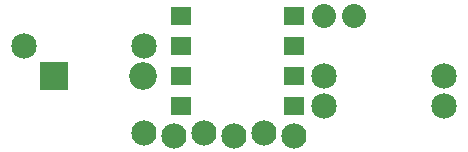
<source format=gts>
G04 MADE WITH FRITZING*
G04 WWW.FRITZING.ORG*
G04 DOUBLE SIDED*
G04 HOLES PLATED*
G04 CONTOUR ON CENTER OF CONTOUR VECTOR*
%ASAXBY*%
%FSLAX23Y23*%
%MOIN*%
%OFA0B0*%
%SFA1.0B1.0*%
%ADD10C,0.084000*%
%ADD11C,0.085000*%
%ADD12C,0.080000*%
%ADD13C,0.092000*%
%ADD14R,0.065118X0.061181*%
%ADD15R,0.092000X0.092000*%
%LNMASK1*%
G90*
G70*
G54D10*
X488Y141D03*
X588Y131D03*
X688Y141D03*
X788Y131D03*
X888Y141D03*
X988Y131D03*
G54D11*
X1088Y331D03*
X1488Y331D03*
X1088Y231D03*
X1488Y231D03*
G54D12*
X1088Y531D03*
X1188Y531D03*
G54D13*
X188Y331D03*
X486Y331D03*
G54D11*
X88Y431D03*
X488Y431D03*
G54D14*
X988Y531D03*
X988Y431D03*
X988Y331D03*
X988Y231D03*
X613Y529D03*
X613Y429D03*
X613Y329D03*
X613Y229D03*
G54D15*
X187Y331D03*
G04 End of Mask1*
M02*
</source>
